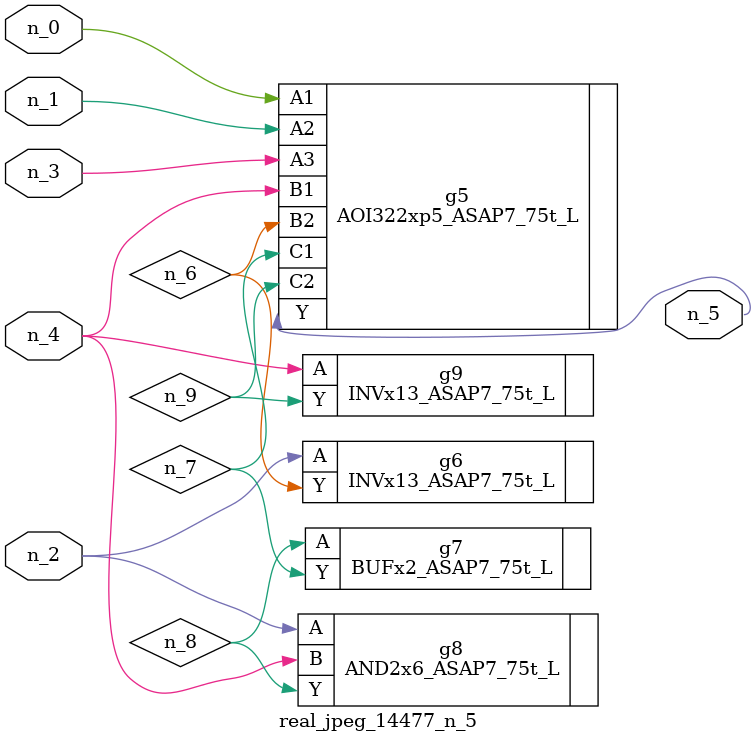
<source format=v>
module real_jpeg_14477_n_5 (n_4, n_0, n_1, n_2, n_3, n_5);

input n_4;
input n_0;
input n_1;
input n_2;
input n_3;

output n_5;

wire n_8;
wire n_6;
wire n_7;
wire n_9;

AOI322xp5_ASAP7_75t_L g5 ( 
.A1(n_0),
.A2(n_1),
.A3(n_3),
.B1(n_4),
.B2(n_6),
.C1(n_7),
.C2(n_9),
.Y(n_5)
);

INVx13_ASAP7_75t_L g6 ( 
.A(n_2),
.Y(n_6)
);

AND2x6_ASAP7_75t_L g8 ( 
.A(n_2),
.B(n_4),
.Y(n_8)
);

INVx13_ASAP7_75t_L g9 ( 
.A(n_4),
.Y(n_9)
);

BUFx2_ASAP7_75t_L g7 ( 
.A(n_8),
.Y(n_7)
);


endmodule
</source>
